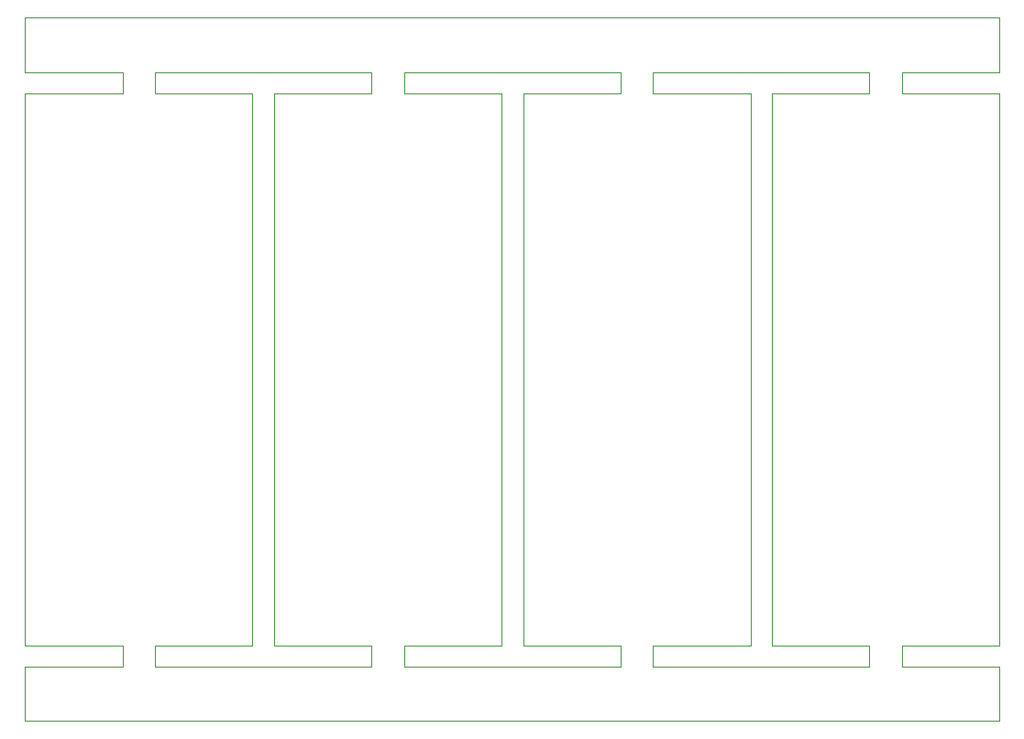
<source format=gbr>
%TF.GenerationSoftware,KiCad,Pcbnew,7.0.6*%
%TF.CreationDate,2023-08-11T19:51:35+07:00*%
%TF.ProjectId,Pico2040-Modular-Rev2-MP,5069636f-3230-4343-902d-4d6f64756c61,rev?*%
%TF.SameCoordinates,Original*%
%TF.FileFunction,Profile,NP*%
%FSLAX46Y46*%
G04 Gerber Fmt 4.6, Leading zero omitted, Abs format (unit mm)*
G04 Created by KiCad (PCBNEW 7.0.6) date 2023-08-11 19:51:35*
%MOMM*%
%LPD*%
G01*
G04 APERTURE LIST*
%TA.AperFunction,Profile*%
%ADD10C,0.100000*%
%TD*%
G04 APERTURE END LIST*
D10*
X124500000Y-78000000D02*
X124500000Y-27000000D01*
X126500000Y-78000000D02*
X126500000Y-27000000D01*
X147500000Y-78000000D02*
X147500000Y-27000000D01*
X149500000Y-78000000D02*
X149500000Y-27000000D01*
X170500000Y-78000000D02*
X170500000Y-27000000D01*
X172500000Y-78000000D02*
X172500000Y-27000000D01*
X103500000Y-27000000D02*
X103500000Y-78000000D01*
X124500000Y-27000000D02*
X115500000Y-27000000D01*
X115500000Y-78000000D02*
X124500000Y-78000000D01*
X126500000Y-78000000D02*
X135500000Y-78000000D01*
X138500000Y-80000000D02*
X138500000Y-78000000D01*
X193500000Y-25000000D02*
X193500000Y-20000000D01*
X112500000Y-25000000D02*
X112500000Y-27000000D01*
X115500000Y-27000000D02*
X115500000Y-25000000D01*
X112500000Y-78000000D02*
X112500000Y-80000000D01*
X103500000Y-78000000D02*
X112500000Y-78000000D01*
X161500000Y-78000000D02*
X170500000Y-78000000D01*
X181500000Y-25000000D02*
X181500000Y-27000000D01*
X158500000Y-25000000D02*
X158500000Y-25000000D01*
X158500000Y-27000000D02*
X149500000Y-27000000D01*
X181500000Y-27000000D02*
X172500000Y-27000000D01*
X184500000Y-27000000D02*
X184500000Y-25000000D01*
X172500000Y-78000000D02*
X181500000Y-78000000D01*
X135500000Y-27000000D02*
X126500000Y-27000000D01*
X170500000Y-78000000D02*
X170500000Y-78000000D01*
X193500000Y-27000000D02*
X184500000Y-27000000D01*
X147500000Y-78000000D02*
X147500000Y-78000000D01*
X103500000Y-25000000D02*
X112500000Y-25000000D01*
X135500000Y-80000000D02*
X115500000Y-80000000D01*
X147500000Y-27000000D02*
X138500000Y-27000000D01*
X161500000Y-25000000D02*
X181500000Y-25000000D01*
X103500000Y-80000000D02*
X103500000Y-85000000D01*
X193500000Y-78000000D02*
X193500000Y-27000000D01*
X161500000Y-80000000D02*
X161500000Y-78000000D01*
X103500000Y-85000000D02*
X193500000Y-85000000D01*
X138500000Y-78000000D02*
X147500000Y-78000000D01*
X184500000Y-78000000D02*
X193500000Y-78000000D01*
X193500000Y-20000000D02*
X193500000Y-20000000D01*
X181500000Y-80000000D02*
X161500000Y-80000000D01*
X135500000Y-25000000D02*
X135500000Y-25000000D01*
X112500000Y-27000000D02*
X103500000Y-27000000D01*
X112500000Y-80000000D02*
X103500000Y-80000000D01*
X170500000Y-27000000D02*
X161500000Y-27000000D01*
X138500000Y-27000000D02*
X138500000Y-25000000D01*
X181500000Y-78000000D02*
X181500000Y-80000000D01*
X161500000Y-27000000D02*
X161500000Y-25000000D01*
X103500000Y-20000000D02*
X103500000Y-25000000D01*
X193500000Y-20000000D02*
X103500000Y-20000000D01*
X181500000Y-25000000D02*
X181500000Y-25000000D01*
X184500000Y-25000000D02*
X193500000Y-25000000D01*
X158500000Y-78000000D02*
X158500000Y-80000000D01*
X158500000Y-80000000D02*
X138500000Y-80000000D01*
X135500000Y-25000000D02*
X135500000Y-27000000D01*
X115500000Y-80000000D02*
X115500000Y-78000000D01*
X115500000Y-25000000D02*
X135500000Y-25000000D01*
X193500000Y-80000000D02*
X184500000Y-80000000D01*
X135500000Y-78000000D02*
X135500000Y-80000000D01*
X193500000Y-85000000D02*
X193500000Y-80000000D01*
X138500000Y-25000000D02*
X158500000Y-25000000D01*
X124500000Y-78000000D02*
X124500000Y-78000000D01*
X158500000Y-25000000D02*
X158500000Y-27000000D01*
X149500000Y-78000000D02*
X158500000Y-78000000D01*
X184500000Y-80000000D02*
X184500000Y-78000000D01*
M02*

</source>
